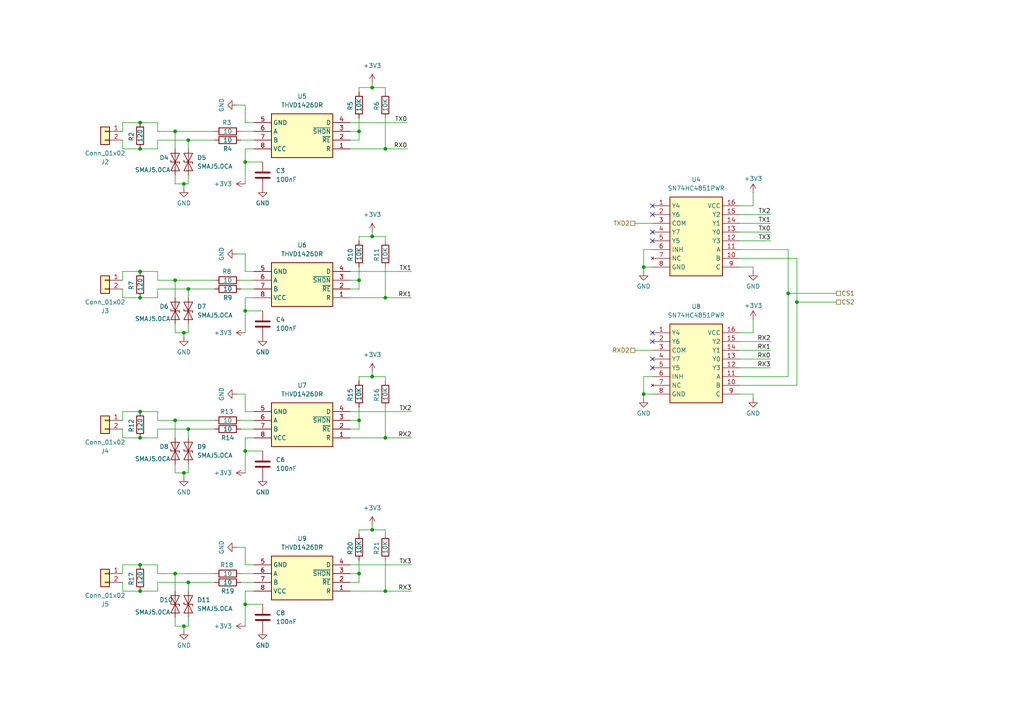
<source format=kicad_sch>
(kicad_sch (version 20231120) (generator "eeschema") (generator_version "8.0")
  (paper "A4")
  (lib_symbols
    (symbol "0_MyLib_0:SN74HC4851PWR"
      (property "Reference" "U" (at 21.59 7.62 0))
      (property "Value" "SN74HC4851PWR" (at 21.59 5.08 0))
      (symbol "SN74HC4851PWR_1_1"
        (rectangle (start 5.08 2.54) (end 20.32 -20.32) (stroke (width 0.254)) (fill (type background)))
        (pin passive line (at 0 0 0) (length 5.08) (name "Y4") (number "1"))
        (pin passive line (at 25.4 -15.24 180) (length 5.08) (name "B") (number "10"))
        (pin passive line (at 25.4 -12.7 180) (length 5.08) (name "A") (number "11"))
        (pin passive line (at 25.4 -10.16 180) (length 5.08) (name "Y3") (number "12"))
        (pin passive line (at 25.4 -7.62 180) (length 5.08) (name "Y0") (number "13"))
        (pin passive line (at 25.4 -5.08 180) (length 5.08) (name "Y1") (number "14"))
        (pin passive line (at 25.4 -2.54 180) (length 5.08) (name "Y2") (number "15"))
        (pin passive line (at 25.4 0 180) (length 5.08) (name "VCC") (number "16"))
        (pin passive line (at 0 -2.54 0) (length 5.08) (name "Y6") (number "2"))
        (pin passive line (at 0 -5.08 0) (length 5.08) (name "COM") (number "3"))
        (pin passive line (at 0 -7.62 0) (length 5.08) (name "Y7") (number "4"))
        (pin passive line (at 0 -10.16 0) (length 5.08) (name "Y5") (number "5"))
        (pin passive line (at 0 -12.7 0) (length 5.08) (name "INH") (number "6"))
        (pin no_connect line (at 0 -15.24 0) (length 5.08) (name "NC") (number "7"))
        (pin passive line (at 0 -17.78 0) (length 5.08) (name "GND") (number "8"))
        (pin passive line (at 25.4 -17.78 180) (length 5.08) (name "C") (number "9"))
      )
    )
    (symbol "0_MyLib_0:THVD1426DR"
      (property "Reference" "U" (at 24.13 7.62 0))
      (property "Value" "THVD1426DR" (at 24.13 5.08 0))
      (symbol "THVD1426DR_1_1"
        (rectangle (start 5.08 2.54) (end 22.86 -10.16) (stroke (width 0.254)) (fill (type background)))
        (pin passive line (at 0 0 0) (length 5.08) (name "R") (number "1"))
        (pin passive line (at 0 -2.54 0) (length 5.08) (name "~{RE}") (number "2"))
        (pin passive line (at 0 -5.08 0) (length 5.08) (name "~{SHDN}") (number "3"))
        (pin passive line (at 0 -7.62 0) (length 5.08) (name "D") (number "4"))
        (pin passive line (at 27.94 -7.62 180) (length 5.08) (name "GND") (number "5"))
        (pin passive line (at 27.94 -5.08 180) (length 5.08) (name "A") (number "6"))
        (pin passive line (at 27.94 -2.54 180) (length 5.08) (name "B") (number "7"))
        (pin passive line (at 27.94 0 180) (length 5.08) (name "VCC") (number "8"))
      )
    )
    (symbol "Connector_Generic:Conn_01x02" (pin_names (offset 1.016) hide)
      (property "Reference" "J" (at 0 2.54 0))
      (property "Value" "Conn_01x02" (at 0 -5.08 0))
      (symbol "Conn_01x02_1_1"
        (rectangle (start -1.27 -2.413) (end 0 -2.667) (stroke (width 0.1524)))
        (rectangle (start -1.27 0.127) (end 0 -0.127) (stroke (width 0.1524)))
        (rectangle (start -1.27 1.27) (end 1.27 -3.81) (stroke (width 0.254)) (fill (type background)))
        (pin passive line (at -5.08 0 0) (length 3.81) (name "Pin_1") (number "1"))
        (pin passive line (at -5.08 -2.54 0) (length 3.81) (name "Pin_2") (number "2"))
      )
    )
    (symbol "Device:C" (pin_numbers hide) (pin_names (offset 0.254))
      (property "Reference" "C" (at 0.635 2.54 0))
      (property "Value" "C" (at 0.635 -2.54 0))
      (symbol "C_0_1"
        (polyline (pts (xy -2.032 -0.762) (xy 2.032 -0.762)) (stroke (width 0.508)))
        (polyline (pts (xy -2.032 0.762) (xy 2.032 0.762)) (stroke (width 0.508)))
      )
      (symbol "C_1_1"
        (pin passive line (at 0 3.81 270) (length 2.794) (name "~") (number "1"))
        (pin passive line (at 0 -3.81 90) (length 2.794) (name "~") (number "2"))
      )
    )
    (symbol "Device:R" (pin_numbers hide) (pin_names (offset 0))
      (property "Reference" "R" (at 2.032 0 90))
      (property "Value" "R" (at 0 0 90))
      (symbol "R_0_1"
        (rectangle (start -1.016 -2.54) (end 1.016 2.54) (stroke (width 0.254)))
      )
      (symbol "R_1_1"
        (pin passive line (at 0 3.81 270) (length 1.27) (name "~") (number "1"))
        (pin passive line (at 0 -3.81 90) (length 1.27) (name "~") (number "2"))
      )
    )
    (symbol "Diode:SMAJ5.0CA" (pin_numbers hide) (pin_names (offset 1.016) hide)
      (property "Reference" "D" (at 0 2.54 0))
      (property "Value" "SMAJ5.0CA" (at 0 -2.54 0))
      (symbol "SMAJ5.0CA_0_1"
        (polyline (pts (xy 1.27 0) (xy -1.27 0)))
        (polyline (pts (xy -2.54 -1.27) (xy 0 0) (xy -2.54 1.27) (xy -2.54 -1.27)) (stroke (width 0.2032)))
        (polyline (pts (xy 0.508 1.27) (xy 0 1.27) (xy 0 -1.27) (xy -0.508 -1.27)) (stroke (width 0.2032)))
        (polyline (pts (xy 2.54 1.27) (xy 2.54 -1.27) (xy 0 0) (xy 2.54 1.27)) (stroke (width 0.2032)))
      )
      (symbol "SMAJ5.0CA_1_1"
        (pin passive line (at -3.81 0 0) (length 2.54) (name "A1") (number "1"))
        (pin passive line (at 3.81 0 180) (length 2.54) (name "A2") (number "2"))
      )
    )
    (symbol "power:+3V3" (power) (pin_numbers hide) (pin_names (offset 0) hide)
      (property "Value" "+3V3" (at 0 3.556 0))
      (symbol "+3V3_0_1"
        (polyline (pts (xy -0.762 1.27) (xy 0 2.54)))
        (polyline (pts (xy 0 0) (xy 0 2.54)))
        (polyline (pts (xy 0 2.54) (xy 0.762 1.27)))
      )
      (symbol "+3V3_1_1"
        (pin power_in line (at 0 0 90) (length 0) (name "~") (number "1"))
      )
    )
    (symbol "power:GND" (power) (pin_numbers hide) (pin_names (offset 0) hide)
      (property "Value" "GND" (at 0 -3.81 0))
      (symbol "GND_0_1"
        (polyline (pts (xy 0 0) (xy 0 -1.27) (xy 1.27 -1.27) (xy 0 -2.54) (xy -1.27 -1.27) (xy 0 -1.27)))
      )
      (symbol "GND_1_1"
        (pin power_in line (at 0 0 270) (length 0) (name "~") (number "1"))
      )
    )
  )
  (junction (at 53.34 53.34))
  (junction (at 54.61 83.82))
  (junction (at 50.8 81.28))
  (junction (at 40.64 86.36))
  (junction (at 186.69 114.3))
  (junction (at 54.61 124.46))
  (junction (at 71.12 130.81))
  (junction (at 186.69 77.47))
  (junction (at 107.95 109.22))
  (junction (at 107.95 68.58))
  (junction (at 231.14 87.63))
  (junction (at 104.14 38.1))
  (junction (at 50.8 121.92))
  (junction (at 107.95 153.67))
  (junction (at 111.76 86.36))
  (junction (at 40.64 163.83))
  (junction (at 54.61 168.91))
  (junction (at 104.14 121.92))
  (junction (at 40.64 43.18))
  (junction (at 71.12 90.17))
  (junction (at 111.76 171.45))
  (junction (at 53.34 96.52))
  (junction (at 40.64 119.38))
  (junction (at 53.34 181.61))
  (junction (at 53.34 137.16))
  (junction (at 111.76 127))
  (junction (at 111.76 43.18))
  (junction (at 228.6 85.09))
  (junction (at 71.12 46.99))
  (junction (at 40.64 171.45))
  (junction (at 50.8 166.37))
  (junction (at 40.64 127))
  (junction (at 104.14 166.37))
  (junction (at 40.64 35.56))
  (junction (at 71.12 175.26))
  (junction (at 50.8 38.1))
  (junction (at 40.64 78.74))
  (junction (at 104.14 81.28))
  (junction (at 107.95 25.4))
  (junction (at 54.61 40.64))
  (no_connect (at 189.23 67.31))
  (no_connect (at 189.23 69.85))
  (no_connect (at 189.23 106.68))
  (no_connect (at 189.23 99.06))
  (no_connect (at 189.23 96.52))
  (no_connect (at 189.23 62.23))
  (no_connect (at 189.23 59.69))
  (no_connect (at 189.23 104.14))
  (wire (pts (xy 68.58 73.66) (xy 71.12 73.66)))
  (wire (pts (xy 35.56 83.82) (xy 35.56 86.36)))
  (wire (pts (xy 40.64 163.83) (xy 45.72 163.83)))
  (wire (pts (xy 214.63 101.6) (xy 223.52 101.6)))
  (wire (pts (xy 54.61 40.64) (xy 62.23 40.64)))
  (wire (pts (xy 104.14 121.92) (xy 104.14 124.46)))
  (wire (pts (xy 71.12 90.17) (xy 76.2 90.17)))
  (wire (pts (xy 218.44 59.69) (xy 214.63 59.69)))
  (wire (pts (xy 218.44 92.71) (xy 218.44 96.52)))
  (wire (pts (xy 214.63 74.93) (xy 231.14 74.93)))
  (wire (pts (xy 111.76 127) (xy 119.38 127)))
  (wire (pts (xy 50.8 121.92) (xy 62.23 121.92)))
  (wire (pts (xy 54.61 137.16) (xy 54.61 134.62)))
  (wire (pts (xy 71.12 46.99) (xy 76.2 46.99)))
  (wire (pts (xy 53.34 53.34) (xy 53.34 54.61)))
  (wire (pts (xy 228.6 109.22) (xy 228.6 85.09)))
  (wire (pts (xy 40.64 119.38) (xy 45.72 119.38)))
  (wire (pts (xy 69.85 124.46) (xy 73.66 124.46)))
  (wire (pts (xy 71.12 30.48) (xy 71.12 35.56)))
  (wire (pts (xy 214.63 104.14) (xy 223.52 104.14)))
  (wire (pts (xy 40.64 78.74) (xy 45.72 78.74)))
  (wire (pts (xy 50.8 121.92) (xy 50.8 127)))
  (wire (pts (xy 107.95 67.31) (xy 107.95 68.58)))
  (wire (pts (xy 35.56 168.91) (xy 35.56 171.45)))
  (wire (pts (xy 50.8 96.52) (xy 53.34 96.52)))
  (wire (pts (xy 50.8 50.8) (xy 50.8 53.34)))
  (wire (pts (xy 40.64 171.45) (xy 45.72 171.45)))
  (wire (pts (xy 53.34 53.34) (xy 54.61 53.34)))
  (wire (pts (xy 218.44 77.47) (xy 218.44 78.74)))
  (wire (pts (xy 218.44 114.3) (xy 218.44 115.57)))
  (wire (pts (xy 40.64 127) (xy 45.72 127)))
  (wire (pts (xy 54.61 83.82) (xy 62.23 83.82)))
  (wire (pts (xy 53.34 181.61) (xy 54.61 181.61)))
  (wire (pts (xy 50.8 137.16) (xy 53.34 137.16)))
  (wire (pts (xy 189.23 72.39) (xy 186.69 72.39)))
  (wire (pts (xy 218.44 96.52) (xy 214.63 96.52)))
  (wire (pts (xy 71.12 114.3) (xy 71.12 119.38)))
  (wire (pts (xy 184.15 101.6) (xy 189.23 101.6)))
  (wire (pts (xy 45.72 83.82) (xy 54.61 83.82)))
  (wire (pts (xy 69.85 81.28) (xy 73.66 81.28)))
  (wire (pts (xy 35.56 127) (xy 40.64 127)))
  (wire (pts (xy 54.61 124.46) (xy 54.61 127)))
  (wire (pts (xy 107.95 25.4) (xy 104.14 25.4)))
  (wire (pts (xy 35.56 86.36) (xy 40.64 86.36)))
  (wire (pts (xy 50.8 134.62) (xy 50.8 137.16)))
  (wire (pts (xy 45.72 124.46) (xy 54.61 124.46)))
  (wire (pts (xy 104.14 81.28) (xy 104.14 83.82)))
  (wire (pts (xy 104.14 153.67) (xy 104.14 154.94)))
  (wire (pts (xy 45.72 121.92) (xy 50.8 121.92)))
  (wire (pts (xy 50.8 179.07) (xy 50.8 181.61)))
  (wire (pts (xy 54.61 181.61) (xy 54.61 179.07)))
  (wire (pts (xy 50.8 53.34) (xy 53.34 53.34)))
  (wire (pts (xy 101.6 83.82) (xy 104.14 83.82)))
  (wire (pts (xy 40.64 86.36) (xy 45.72 86.36)))
  (wire (pts (xy 71.12 43.18) (xy 73.66 43.18)))
  (wire (pts (xy 71.12 171.45) (xy 73.66 171.45)))
  (wire (pts (xy 104.14 118.11) (xy 104.14 121.92)))
  (wire (pts (xy 71.12 53.34) (xy 71.12 46.99)))
  (wire (pts (xy 50.8 38.1) (xy 62.23 38.1)))
  (wire (pts (xy 104.14 166.37) (xy 104.14 168.91)))
  (wire (pts (xy 45.72 81.28) (xy 45.72 78.74)))
  (wire (pts (xy 69.85 121.92) (xy 73.66 121.92)))
  (wire (pts (xy 54.61 40.64) (xy 54.61 43.18)))
  (wire (pts (xy 45.72 38.1) (xy 50.8 38.1)))
  (wire (pts (xy 71.12 35.56) (xy 73.66 35.56)))
  (wire (pts (xy 54.61 53.34) (xy 54.61 50.8)))
  (wire (pts (xy 71.12 175.26) (xy 76.2 175.26)))
  (wire (pts (xy 71.12 90.17) (xy 71.12 86.36)))
  (wire (pts (xy 71.12 130.81) (xy 76.2 130.81)))
  (wire (pts (xy 69.85 83.82) (xy 73.66 83.82)))
  (wire (pts (xy 35.56 119.38) (xy 40.64 119.38)))
  (wire (pts (xy 50.8 166.37) (xy 62.23 166.37)))
  (wire (pts (xy 104.14 77.47) (xy 104.14 81.28)))
  (wire (pts (xy 68.58 114.3) (xy 71.12 114.3)))
  (wire (pts (xy 101.6 163.83) (xy 119.38 163.83)))
  (wire (pts (xy 54.61 168.91) (xy 54.61 171.45)))
  (wire (pts (xy 71.12 127) (xy 73.66 127)))
  (wire (pts (xy 45.72 121.92) (xy 45.72 119.38)))
  (wire (pts (xy 101.6 38.1) (xy 104.14 38.1)))
  (wire (pts (xy 101.6 78.74) (xy 119.38 78.74)))
  (wire (pts (xy 104.14 34.29) (xy 104.14 38.1)))
  (wire (pts (xy 71.12 175.26) (xy 71.12 171.45)))
  (wire (pts (xy 214.63 109.22) (xy 228.6 109.22)))
  (wire (pts (xy 111.76 154.94) (xy 111.76 153.67)))
  (wire (pts (xy 45.72 38.1) (xy 45.72 35.56)))
  (wire (pts (xy 71.12 96.52) (xy 71.12 90.17)))
  (wire (pts (xy 54.61 124.46) (xy 62.23 124.46)))
  (wire (pts (xy 111.76 69.85) (xy 111.76 68.58)))
  (wire (pts (xy 45.72 168.91) (xy 54.61 168.91)))
  (wire (pts (xy 54.61 83.82) (xy 54.61 86.36)))
  (wire (pts (xy 53.34 137.16) (xy 53.34 138.43)))
  (wire (pts (xy 231.14 111.76) (xy 214.63 111.76)))
  (wire (pts (xy 35.56 121.92) (xy 35.56 119.38)))
  (wire (pts (xy 104.14 109.22) (xy 104.14 110.49)))
  (wire (pts (xy 214.63 99.06) (xy 223.52 99.06)))
  (wire (pts (xy 111.76 86.36) (xy 119.38 86.36)))
  (wire (pts (xy 111.76 26.67) (xy 111.76 25.4)))
  (wire (pts (xy 71.12 130.81) (xy 71.12 127)))
  (wire (pts (xy 107.95 109.22) (xy 104.14 109.22)))
  (wire (pts (xy 111.76 118.11) (xy 111.76 127)))
  (wire (pts (xy 228.6 85.09) (xy 228.6 72.39)))
  (wire (pts (xy 186.69 72.39) (xy 186.69 77.47)))
  (wire (pts (xy 69.85 38.1) (xy 73.66 38.1)))
  (wire (pts (xy 101.6 35.56) (xy 118.11 35.56)))
  (wire (pts (xy 184.15 64.77) (xy 189.23 64.77)))
  (wire (pts (xy 214.63 106.68) (xy 223.52 106.68)))
  (wire (pts (xy 45.72 40.64) (xy 54.61 40.64)))
  (wire (pts (xy 214.63 62.23) (xy 223.52 62.23)))
  (wire (pts (xy 101.6 166.37) (xy 104.14 166.37)))
  (wire (pts (xy 50.8 81.28) (xy 50.8 86.36)))
  (wire (pts (xy 101.6 119.38) (xy 119.38 119.38)))
  (wire (pts (xy 111.76 34.29) (xy 111.76 43.18)))
  (wire (pts (xy 228.6 72.39) (xy 214.63 72.39)))
  (wire (pts (xy 101.6 121.92) (xy 104.14 121.92)))
  (wire (pts (xy 68.58 158.75) (xy 71.12 158.75)))
  (wire (pts (xy 101.6 168.91) (xy 104.14 168.91)))
  (wire (pts (xy 35.56 124.46) (xy 35.56 127)))
  (wire (pts (xy 69.85 166.37) (xy 73.66 166.37)))
  (wire (pts (xy 50.8 38.1) (xy 50.8 43.18)))
  (wire (pts (xy 45.72 168.91) (xy 45.72 171.45)))
  (wire (pts (xy 104.14 162.56) (xy 104.14 166.37)))
  (wire (pts (xy 35.56 78.74) (xy 40.64 78.74)))
  (wire (pts (xy 40.64 35.56) (xy 45.72 35.56)))
  (wire (pts (xy 35.56 163.83) (xy 40.64 163.83)))
  (wire (pts (xy 45.72 124.46) (xy 45.72 127)))
  (wire (pts (xy 35.56 38.1) (xy 35.56 35.56)))
  (wire (pts (xy 53.34 137.16) (xy 54.61 137.16)))
  (wire (pts (xy 101.6 127) (xy 111.76 127)))
  (wire (pts (xy 214.63 64.77) (xy 223.52 64.77)))
  (wire (pts (xy 111.76 68.58) (xy 107.95 68.58)))
  (wire (pts (xy 69.85 168.91) (xy 73.66 168.91)))
  (wire (pts (xy 35.56 43.18) (xy 40.64 43.18)))
  (wire (pts (xy 45.72 83.82) (xy 45.72 86.36)))
  (wire (pts (xy 50.8 181.61) (xy 53.34 181.61)))
  (wire (pts (xy 35.56 35.56) (xy 40.64 35.56)))
  (wire (pts (xy 231.14 74.93) (xy 231.14 87.63)))
  (wire (pts (xy 111.76 110.49) (xy 111.76 109.22)))
  (wire (pts (xy 107.95 152.4) (xy 107.95 153.67)))
  (wire (pts (xy 186.69 109.22) (xy 186.69 114.3)))
  (wire (pts (xy 71.12 163.83) (xy 73.66 163.83)))
  (wire (pts (xy 107.95 68.58) (xy 104.14 68.58)))
  (wire (pts (xy 45.72 166.37) (xy 50.8 166.37)))
  (wire (pts (xy 189.23 109.22) (xy 186.69 109.22)))
  (wire (pts (xy 101.6 81.28) (xy 104.14 81.28)))
  (wire (pts (xy 40.64 43.18) (xy 45.72 43.18)))
  (wire (pts (xy 107.95 24.13) (xy 107.95 25.4)))
  (wire (pts (xy 186.69 77.47) (xy 189.23 77.47)))
  (wire (pts (xy 111.76 109.22) (xy 107.95 109.22)))
  (wire (pts (xy 71.12 73.66) (xy 71.12 78.74)))
  (wire (pts (xy 111.76 25.4) (xy 107.95 25.4)))
  (wire (pts (xy 214.63 114.3) (xy 218.44 114.3)))
  (wire (pts (xy 45.72 166.37) (xy 45.72 163.83)))
  (wire (pts (xy 53.34 181.61) (xy 53.34 182.88)))
  (wire (pts (xy 69.85 40.64) (xy 73.66 40.64)))
  (wire (pts (xy 186.69 78.74) (xy 186.69 77.47)))
  (wire (pts (xy 45.72 81.28) (xy 50.8 81.28)))
  (wire (pts (xy 214.63 69.85) (xy 223.52 69.85)))
  (wire (pts (xy 107.95 107.95) (xy 107.95 109.22)))
  (wire (pts (xy 71.12 137.16) (xy 71.12 130.81)))
  (wire (pts (xy 68.58 30.48) (xy 71.12 30.48)))
  (wire (pts (xy 35.56 171.45) (xy 40.64 171.45)))
  (wire (pts (xy 71.12 119.38) (xy 73.66 119.38)))
  (wire (pts (xy 104.14 38.1) (xy 104.14 40.64)))
  (wire (pts (xy 50.8 81.28) (xy 62.23 81.28)))
  (wire (pts (xy 111.76 77.47) (xy 111.76 86.36)))
  (wire (pts (xy 101.6 124.46) (xy 104.14 124.46)))
  (wire (pts (xy 107.95 153.67) (xy 104.14 153.67)))
  (wire (pts (xy 35.56 166.37) (xy 35.56 163.83)))
  (wire (pts (xy 228.6 85.09) (xy 242.57 85.09)))
  (wire (pts (xy 50.8 93.98) (xy 50.8 96.52)))
  (wire (pts (xy 35.56 81.28) (xy 35.56 78.74)))
  (wire (pts (xy 231.14 87.63) (xy 231.14 111.76)))
  (wire (pts (xy 218.44 55.88) (xy 218.44 59.69)))
  (wire (pts (xy 53.34 96.52) (xy 54.61 96.52)))
  (wire (pts (xy 53.34 96.52) (xy 53.34 97.79)))
  (wire (pts (xy 111.76 162.56) (xy 111.76 171.45)))
  (wire (pts (xy 101.6 86.36) (xy 111.76 86.36)))
  (wire (pts (xy 111.76 43.18) (xy 118.11 43.18)))
  (wire (pts (xy 111.76 171.45) (xy 119.38 171.45)))
  (wire (pts (xy 101.6 171.45) (xy 111.76 171.45)))
  (wire (pts (xy 101.6 40.64) (xy 104.14 40.64)))
  (wire (pts (xy 71.12 86.36) (xy 73.66 86.36)))
  (wire (pts (xy 50.8 166.37) (xy 50.8 171.45)))
  (wire (pts (xy 71.12 78.74) (xy 73.66 78.74)))
  (wire (pts (xy 54.61 168.91) (xy 62.23 168.91)))
  (wire (pts (xy 186.69 114.3) (xy 189.23 114.3)))
  (wire (pts (xy 214.63 67.31) (xy 223.52 67.31)))
  (wire (pts (xy 231.14 87.63) (xy 242.57 87.63)))
  (wire (pts (xy 186.69 115.57) (xy 186.69 114.3)))
  (wire (pts (xy 104.14 25.4) (xy 104.14 26.67)))
  (wire (pts (xy 71.12 181.61) (xy 71.12 175.26)))
  (wire (pts (xy 104.14 68.58) (xy 104.14 69.85)))
  (wire (pts (xy 214.63 77.47) (xy 218.44 77.47)))
  (wire (pts (xy 101.6 43.18) (xy 111.76 43.18)))
  (wire (pts (xy 71.12 158.75) (xy 71.12 163.83)))
  (wire (pts (xy 45.72 40.64) (xy 45.72 43.18)))
  (wire (pts (xy 54.61 96.52) (xy 54.61 93.98)))
  (wire (pts (xy 71.12 46.99) (xy 71.12 43.18)))
  (wire (pts (xy 111.76 153.67) (xy 107.95 153.67)))
  (wire (pts (xy 35.56 40.64) (xy 35.56 43.18)))
  (label "TX3" (at 223.52 69.85 180))
  (label "TX1" (at 223.52 64.77 180))
  (label "TX0" (at 223.52 67.31 180))
  (label "RX2" (at 223.52 99.06 180))
  (label "RX1" (at 119.38 86.36 180))
  (label "TX0" (at 118.11 35.56 180))
  (label "TX3" (at 119.38 163.83 180))
  (label "RX0" (at 118.11 43.18 180))
  (label "TX1" (at 119.38 78.74 180))
  (label "RX3" (at 119.38 171.45 180))
  (label "RX3" (at 223.52 106.68 180))
  (label "RX1" (at 223.52 101.6 180))
  (label "RX2" (at 119.38 127 180))
  (label "TX2" (at 119.38 119.38 180))
  (label "RX0" (at 223.52 104.14 180))
  (label "TX2" (at 223.52 62.23 180))
  (hierarchical_label "CS2" (shape passive) (at 242.57 87.63 0))
  (hierarchical_label "TXD2" (shape passive) (at 184.15 64.77 180))
  (hierarchical_label "RXD2" (shape passive) (at 184.15 101.6 180))
  (hierarchical_label "CS1" (shape passive) (at 242.57 85.09 0))
  (symbol (lib_id "0_MyLib_0:SN74HC4851PWR") (at 189.23 59.69 0) (unit 1)
    (property "Reference" "U4" (at 201.93 52.07 0))
    (property "Value" "SN74HC4851PWR" (at 201.93 54.61 0))
    (property "Footprint" "SOP65P640X120-16N" (effects (hide yes)))
    (property "Datasheet" "http://www.ti.com/lit/gpn/sn74hc4851" (effects (hide yes)))
    (property "Description" "Texas Instruments SN74HC4851PWR, Multiplexer/Demultiplexer Single 8:1, 3 V, 5 V, 16-Pin TSSOP" (effects (hide yes)))
    (property "Height" "1.2" (effects (hide yes)))
    (property "Mouser Part Number" "595-SN74HC4851PWR" (effects (hide yes)))
    (property "Mouser Price/Stock" "https://www.mouser.co.uk/ProductDetail/Texas-Instruments/SN74HC4851PWR?qs=AgY10sKTvDJiHOKineifvQ%3D%3D" (effects (hide yes)))
    (property "Manufacturer_Name" "Texas Instruments" (effects (hide yes)))
    (property "Manufacturer_Part_Number" "SN74HC4851PWR" (effects (hide yes)))
  )
  (symbol (lib_id "power:GND") (at 76.2 97.79 0) (unit 1)
    (property "Reference" "#PWR026" (effects (hide yes)))
    (property "Value" "GND" (at 76.2 102.108 0))
    (property "Description" "Power symbol creates a global label with name \"GND\" , ground" (effects (hide yes)))
  )
  (symbol (lib_id "Device:C") (at 76.2 179.07 0) (unit 1)
    (property "Reference" "C8" (at 80.01 177.7999 0) (effects (justify left)))
    (property "Value" "100nF" (at 80.01 180.3399 0) (effects (justify left)))
    (property "Description" "Unpolarized capacitor" (effects (hide yes)))
  )
  (symbol (lib_id "power:+3V3") (at 71.12 181.61 90) (unit 1)
    (property "Reference" "#PWR035" (effects (hide yes)))
    (property "Value" "+3V3" (at 67.31 181.6099 90) (effects (justify left)))
    (property "Description" "Power symbol creates a global label with name \"+3V3\"" (effects (hide yes)))
  )
  (symbol (lib_id "Device:R") (at 66.04 81.28 90) (unit 1)
    (property "Reference" "R8" (at 65.786 78.74 90))
    (property "Value" "10" (at 66.04 81.28 90))
    (property "Description" "Resistor" (effects (hide yes)))
  )
  (symbol (lib_id "0_MyLib_0:THVD1426DR") (at 101.6 43.18 180) (unit 1)
    (property "Reference" "U5" (at 87.63 27.94 0))
    (property "Value" "THVD1426DR" (at 87.63 30.48 0))
    (property "Footprint" "SOIC127P600X175-8N" (effects (hide yes)))
    (property "Datasheet" "https://www.ti.com/jp/lit/ds/symlink/thvd1426.pdf?ts=1676878246969&ref_url=https%253A%252F%252Fwww.ti.com%252Fproduct%252Fja-jp%252FTHVD1426" (effects (hide yes)))
    (property "Description" "RS-422/RS-485 Interface IC 3.3-V to 5-V 12-Mbps half-duplex RS-485 transceiver auto-direction control &plusmn;12-kV IEC ESD" (effects (hide yes)))
    (property "Height" "1.75" (effects (hide yes)))
    (property "Mouser Part Number" "595-THVD1426DR" (effects (hide yes)))
    (property "Mouser Price/Stock" "https://www.mouser.co.uk/ProductDetail/Texas-Instruments/THVD1426DR?qs=Li%252BoUPsLEnvtMAmClTMmaw%3D%3D" (effects (hide yes)))
    (property "Manufacturer_Name" "Texas Instruments" (effects (hide yes)))
    (property "Manufacturer_Part_Number" "THVD1426DR" (effects (hide yes)))
  )
  (symbol (lib_id "0_MyLib_0:SN74HC4851PWR") (at 189.23 96.52 0) (unit 1)
    (property "Reference" "U8" (at 201.93 88.9 0))
    (property "Value" "SN74HC4851PWR" (at 201.93 91.44 0))
    (property "Footprint" "SOP65P640X120-16N" (effects (hide yes)))
    (property "Datasheet" "http://www.ti.com/lit/gpn/sn74hc4851" (effects (hide yes)))
    (property "Description" "Texas Instruments SN74HC4851PWR, Multiplexer/Demultiplexer Single 8:1, 3 V, 5 V, 16-Pin TSSOP" (effects (hide yes)))
    (property "Height" "1.2" (effects (hide yes)))
    (property "Mouser Part Number" "595-SN74HC4851PWR" (effects (hide yes)))
    (property "Mouser Price/Stock" "https://www.mouser.co.uk/ProductDetail/Texas-Instruments/SN74HC4851PWR?qs=AgY10sKTvDJiHOKineifvQ%3D%3D" (effects (hide yes)))
    (property "Manufacturer_Name" "Texas Instruments" (effects (hide yes)))
    (property "Manufacturer_Part_Number" "SN74HC4851PWR" (effects (hide yes)))
  )
  (symbol (lib_id "Diode:SMAJ5.0CA") (at 50.8 46.99 90) (unit 1)
    (property "Reference" "D4" (at 46.228 45.72 90) (effects (justify right)))
    (property "Value" "SMAJ5.0CA" (at 39.116 49.276 90) (effects (justify right)))
    (property "Footprint" "Diode_SMD:D_SMA" (effects (hide yes)))
    (property "Datasheet" "https://www.littelfuse.com/media?resourcetype=datasheets&itemid=75e32973-b177-4ee3-a0ff-cedaf1abdb93&filename=smaj-datasheet" (effects (hide yes)))
    (property "Description" "400W bidirectional Transient Voltage Suppressor, 5.0Vr, SMA(DO-214AC)" (effects (hide yes)))
  )
  (symbol (lib_id "power:GND") (at 218.44 78.74 0) (unit 1)
    (property "Reference" "#PWR015" (effects (hide yes)))
    (property "Value" "GND" (at 218.44 83.058 0))
    (property "Description" "Power symbol creates a global label with name \"GND\" , ground" (effects (hide yes)))
  )
  (symbol (lib_id "power:GND") (at 76.2 54.61 0) (unit 1)
    (property "Reference" "#PWR021" (effects (hide yes)))
    (property "Value" "GND" (at 76.2 58.928 0))
    (property "Description" "Power symbol creates a global label with name \"GND\" , ground" (effects (hide yes)))
  )
  (symbol (lib_id "Diode:SMAJ5.0CA") (at 54.61 90.17 90) (unit 1)
    (property "Reference" "D7" (at 57.15 88.8999 90) (effects (justify right)))
    (property "Value" "SMAJ5.0CA" (at 57.15 91.4399 90) (effects (justify right)))
    (property "Footprint" "Diode_SMD:D_SMA" (effects (hide yes)))
    (property "Datasheet" "https://www.littelfuse.com/media?resourcetype=datasheets&itemid=75e32973-b177-4ee3-a0ff-cedaf1abdb93&filename=smaj-datasheet" (effects (hide yes)))
    (property "Description" "400W bidirectional Transient Voltage Suppressor, 5.0Vr, SMA(DO-214AC)" (effects (hide yes)))
  )
  (symbol (lib_id "Diode:SMAJ5.0CA") (at 50.8 130.81 90) (unit 1)
    (property "Reference" "D8" (at 46.228 129.54 90) (effects (justify right)))
    (property "Value" "SMAJ5.0CA" (at 39.116 133.096 90) (effects (justify right)))
    (property "Footprint" "Diode_SMD:D_SMA" (effects (hide yes)))
    (property "Datasheet" "https://www.littelfuse.com/media?resourcetype=datasheets&itemid=75e32973-b177-4ee3-a0ff-cedaf1abdb93&filename=smaj-datasheet" (effects (hide yes)))
    (property "Description" "400W bidirectional Transient Voltage Suppressor, 5.0Vr, SMA(DO-214AC)" (effects (hide yes)))
  )
  (symbol (lib_id "Device:R") (at 66.04 166.37 90) (unit 1)
    (property "Reference" "R18" (at 65.786 163.83 90))
    (property "Value" "10" (at 66.04 166.37 90))
    (property "Description" "Resistor" (effects (hide yes)))
  )
  (symbol (lib_id "power:+3V3") (at 218.44 55.88 0) (unit 1)
    (property "Reference" "#PWR014" (effects (hide yes)))
    (property "Value" "+3V3" (at 218.44 51.816 0))
    (property "Description" "Power symbol creates a global label with name \"+3V3\"" (effects (hide yes)))
  )
  (symbol (lib_id "Device:R") (at 104.14 158.75 180) (unit 1)
    (property "Reference" "R20" (at 101.6 159.004 90))
    (property "Value" "10K" (at 104.14 158.75 90))
    (property "Description" "Resistor" (effects (hide yes)))
  )
  (symbol (lib_id "Connector_Generic:Conn_01x02") (at 30.48 166.37 0) (mirror y) (unit 1)
    (property "Reference" "J5" (at 30.48 175.26 0))
    (property "Value" "Conn_01x02" (at 30.48 172.72 0))
    (property "Description" "Generic connector, single row, 01x02, script generated (kicad-library-utils/schlib/autogen/connector/)" (effects (hide yes)))
  )
  (symbol (lib_id "power:+3V3") (at 107.95 67.31 0) (unit 1)
    (property "Reference" "#PWR027" (effects (hide yes)))
    (property "Value" "+3V3" (at 107.95 62.23 0))
    (property "Description" "Power symbol creates a global label with name \"+3V3\"" (effects (hide yes)))
  )
  (symbol (lib_id "power:+3V3") (at 107.95 107.95 0) (unit 1)
    (property "Reference" "#PWR032" (effects (hide yes)))
    (property "Value" "+3V3" (at 107.95 102.87 0))
    (property "Description" "Power symbol creates a global label with name \"+3V3\"" (effects (hide yes)))
  )
  (symbol (lib_id "Diode:SMAJ5.0CA") (at 50.8 175.26 90) (unit 1)
    (property "Reference" "D10" (at 46.228 173.99 90) (effects (justify right)))
    (property "Value" "SMAJ5.0CA" (at 39.116 177.546 90) (effects (justify right)))
    (property "Footprint" "Diode_SMD:D_SMA" (effects (hide yes)))
    (property "Datasheet" "https://www.littelfuse.com/media?resourcetype=datasheets&itemid=75e32973-b177-4ee3-a0ff-cedaf1abdb93&filename=smaj-datasheet" (effects (hide yes)))
    (property "Description" "400W bidirectional Transient Voltage Suppressor, 5.0Vr, SMA(DO-214AC)" (effects (hide yes)))
  )
  (symbol (lib_id "power:GND") (at 76.2 182.88 0) (unit 1)
    (property "Reference" "#PWR036" (effects (hide yes)))
    (property "Value" "GND" (at 76.2 187.198 0))
    (property "Description" "Power symbol creates a global label with name \"GND\" , ground" (effects (hide yes)))
  )
  (symbol (lib_id "0_MyLib_0:THVD1426DR") (at 101.6 127 180) (unit 1)
    (property "Reference" "U7" (at 87.63 111.76 0))
    (property "Value" "THVD1426DR" (at 87.63 114.3 0))
    (property "Footprint" "SOIC127P600X175-8N" (effects (hide yes)))
    (property "Datasheet" "https://www.ti.com/jp/lit/ds/symlink/thvd1426.pdf?ts=1676878246969&ref_url=https%253A%252F%252Fwww.ti.com%252Fproduct%252Fja-jp%252FTHVD1426" (effects (hide yes)))
    (property "Description" "RS-422/RS-485 Interface IC 3.3-V to 5-V 12-Mbps half-duplex RS-485 transceiver auto-direction control &plusmn;12-kV IEC ESD" (effects (hide yes)))
    (property "Height" "1.75" (effects (hide yes)))
    (property "Mouser Part Number" "595-THVD1426DR" (effects (hide yes)))
    (property "Mouser Price/Stock" "https://www.mouser.co.uk/ProductDetail/Texas-Instruments/THVD1426DR?qs=Li%252BoUPsLEnvtMAmClTMmaw%3D%3D" (effects (hide yes)))
    (property "Manufacturer_Name" "Texas Instruments" (effects (hide yes)))
    (property "Manufacturer_Part_Number" "THVD1426DR" (effects (hide yes)))
  )
  (symbol (lib_id "Device:C") (at 76.2 134.62 0) (unit 1)
    (property "Reference" "C6" (at 80.01 133.3499 0) (effects (justify left)))
    (property "Value" "100nF" (at 80.01 135.8899 0) (effects (justify left)))
    (property "Description" "Unpolarized capacitor" (effects (hide yes)))
  )
  (symbol (lib_id "Device:R") (at 66.04 121.92 90) (unit 1)
    (property "Reference" "R13" (at 65.786 119.38 90))
    (property "Value" "10" (at 66.04 121.92 90))
    (property "Description" "Resistor" (effects (hide yes)))
  )
  (symbol (lib_id "Diode:SMAJ5.0CA") (at 54.61 130.81 90) (unit 1)
    (property "Reference" "D9" (at 57.15 129.5399 90) (effects (justify right)))
    (property "Value" "SMAJ5.0CA" (at 57.15 132.0799 90) (effects (justify right)))
    (property "Footprint" "Diode_SMD:D_SMA" (effects (hide yes)))
    (property "Datasheet" "https://www.littelfuse.com/media?resourcetype=datasheets&itemid=75e32973-b177-4ee3-a0ff-cedaf1abdb93&filename=smaj-datasheet" (effects (hide yes)))
    (property "Description" "400W bidirectional Transient Voltage Suppressor, 5.0Vr, SMA(DO-214AC)" (effects (hide yes)))
  )
  (symbol (lib_id "power:GND") (at 186.69 78.74 0) (unit 1)
    (property "Reference" "#PWR012" (effects (hide yes)))
    (property "Value" "GND" (at 186.69 83.058 0))
    (property "Description" "Power symbol creates a global label with name \"GND\" , ground" (effects (hide yes)))
  )
  (symbol (lib_id "power:GND") (at 53.34 97.79 0) (unit 1)
    (property "Reference" "#PWR023" (effects (hide yes)))
    (property "Value" "GND" (at 53.34 102.108 0))
    (property "Description" "Power symbol creates a global label with name \"GND\" , ground" (effects (hide yes)))
  )
  (symbol (lib_id "power:GND") (at 68.58 114.3 270) (unit 1)
    (property "Reference" "#PWR029" (effects (hide yes)))
    (property "Value" "GND" (at 64.262 114.3 0))
    (property "Description" "Power symbol creates a global label with name \"GND\" , ground" (effects (hide yes)))
  )
  (symbol (lib_id "Device:R") (at 40.64 82.55 180) (unit 1)
    (property "Reference" "R7" (at 38.1 82.804 90))
    (property "Value" "120" (at 40.64 82.55 90))
    (property "Description" "Resistor" (effects (hide yes)))
  )
  (symbol (lib_id "power:GND") (at 76.2 138.43 0) (unit 1)
    (property "Reference" "#PWR031" (effects (hide yes)))
    (property "Value" "GND" (at 76.2 142.748 0))
    (property "Description" "Power symbol creates a global label with name \"GND\" , ground" (effects (hide yes)))
  )
  (symbol (lib_id "Device:R") (at 66.04 168.91 90) (unit 1)
    (property "Reference" "R19" (at 66.04 171.45 90))
    (property "Value" "10" (at 66.04 168.91 90))
    (property "Description" "Resistor" (effects (hide yes)))
  )
  (symbol (lib_id "power:GND") (at 68.58 30.48 270) (unit 1)
    (property "Reference" "#PWR019" (effects (hide yes)))
    (property "Value" "GND" (at 64.262 30.48 0))
    (property "Description" "Power symbol creates a global label with name \"GND\" , ground" (effects (hide yes)))
  )
  (symbol (lib_id "Device:R") (at 66.04 38.1 90) (unit 1)
    (property "Reference" "R3" (at 65.786 35.56 90))
    (property "Value" "10" (at 66.04 38.1 90))
    (property "Description" "Resistor" (effects (hide yes)))
  )
  (symbol (lib_id "power:GND") (at 218.44 115.57 0) (unit 1)
    (property "Reference" "#PWR017" (effects (hide yes)))
    (property "Value" "GND" (at 218.44 119.888 0))
    (property "Description" "Power symbol creates a global label with name \"GND\" , ground" (effects (hide yes)))
  )
  (symbol (lib_id "power:GND") (at 186.69 115.57 0) (unit 1)
    (property "Reference" "#PWR013" (effects (hide yes)))
    (property "Value" "GND" (at 186.69 119.888 0))
    (property "Description" "Power symbol creates a global label with name \"GND\" , ground" (effects (hide yes)))
  )
  (symbol (lib_id "power:+3V3") (at 71.12 53.34 90) (unit 1)
    (property "Reference" "#PWR020" (effects (hide yes)))
    (property "Value" "+3V3" (at 67.31 53.3399 90) (effects (justify left)))
    (property "Description" "Power symbol creates a global label with name \"+3V3\"" (effects (hide yes)))
  )
  (symbol (lib_id "Device:R") (at 66.04 124.46 90) (unit 1)
    (property "Reference" "R14" (at 66.04 127 90))
    (property "Value" "10" (at 66.04 124.46 90))
    (property "Description" "Resistor" (effects (hide yes)))
  )
  (symbol (lib_id "Device:R") (at 66.04 83.82 90) (unit 1)
    (property "Reference" "R9" (at 66.04 86.36 90))
    (property "Value" "10" (at 66.04 83.82 90))
    (property "Description" "Resistor" (effects (hide yes)))
  )
  (symbol (lib_id "power:+3V3") (at 71.12 96.52 90) (unit 1)
    (property "Reference" "#PWR025" (effects (hide yes)))
    (property "Value" "+3V3" (at 67.31 96.5199 90) (effects (justify left)))
    (property "Description" "Power symbol creates a global label with name \"+3V3\"" (effects (hide yes)))
  )
  (symbol (lib_id "power:GND") (at 53.34 182.88 0) (unit 1)
    (property "Reference" "#PWR033" (effects (hide yes)))
    (property "Value" "GND" (at 53.34 187.198 0))
    (property "Description" "Power symbol creates a global label with name \"GND\" , ground" (effects (hide yes)))
  )
  (symbol (lib_id "0_MyLib_0:THVD1426DR") (at 101.6 86.36 180) (unit 1)
    (property "Reference" "U6" (at 87.63 71.12 0))
    (property "Value" "THVD1426DR" (at 87.63 73.66 0))
    (property "Footprint" "SOIC127P600X175-8N" (effects (hide yes)))
    (property "Datasheet" "https://www.ti.com/jp/lit/ds/symlink/thvd1426.pdf?ts=1676878246969&ref_url=https%253A%252F%252Fwww.ti.com%252Fproduct%252Fja-jp%252FTHVD1426" (effects (hide yes)))
    (property "Description" "RS-422/RS-485 Interface IC 3.3-V to 5-V 12-Mbps half-duplex RS-485 transceiver auto-direction control &plusmn;12-kV IEC ESD" (effects (hide yes)))
    (property "Height" "1.75" (effects (hide yes)))
    (property "Mouser Part Number" "595-THVD1426DR" (effects (hide yes)))
    (property "Mouser Price/Stock" "https://www.mouser.co.uk/ProductDetail/Texas-Instruments/THVD1426DR?qs=Li%252BoUPsLEnvtMAmClTMmaw%3D%3D" (effects (hide yes)))
    (property "Manufacturer_Name" "Texas Instruments" (effects (hide yes)))
    (property "Manufacturer_Part_Number" "THVD1426DR" (effects (hide yes)))
  )
  (symbol (lib_id "Device:R") (at 40.64 39.37 180) (unit 1)
    (property "Reference" "R2" (at 38.1 39.624 90))
    (property "Value" "120" (at 40.64 39.37 90))
    (property "Description" "Resistor" (effects (hide yes)))
  )
  (symbol (lib_id "Connector_Generic:Conn_01x02") (at 30.48 38.1 0) (mirror y) (unit 1)
    (property "Reference" "J2" (at 30.48 46.99 0))
    (property "Value" "Conn_01x02" (at 30.48 44.45 0))
    (property "Description" "Generic connector, single row, 01x02, script generated (kicad-library-utils/schlib/autogen/connector/)" (effects (hide yes)))
  )
  (symbol (lib_id "Device:R") (at 111.76 114.3 180) (unit 1)
    (property "Reference" "R16" (at 109.22 114.554 90))
    (property "Value" "10K" (at 111.76 114.3 90))
    (property "Description" "Resistor" (effects (hide yes)))
  )
  (symbol (lib_id "Diode:SMAJ5.0CA") (at 54.61 175.26 90) (unit 1)
    (property "Reference" "D11" (at 57.15 173.9899 90) (effects (justify right)))
    (property "Value" "SMAJ5.0CA" (at 57.15 176.5299 90) (effects (justify right)))
    (property "Footprint" "Diode_SMD:D_SMA" (effects (hide yes)))
    (property "Datasheet" "https://www.littelfuse.com/media?resourcetype=datasheets&itemid=75e32973-b177-4ee3-a0ff-cedaf1abdb93&filename=smaj-datasheet" (effects (hide yes)))
    (property "Description" "400W bidirectional Transient Voltage Suppressor, 5.0Vr, SMA(DO-214AC)" (effects (hide yes)))
  )
  (symbol (lib_id "Device:R") (at 104.14 73.66 180) (unit 1)
    (property "Reference" "R10" (at 101.6 73.914 90))
    (property "Value" "10K" (at 104.14 73.66 90))
    (property "Description" "Resistor" (effects (hide yes)))
  )
  (symbol (lib_id "Device:R") (at 66.04 40.64 90) (unit 1)
    (property "Reference" "R4" (at 66.04 43.18 90))
    (property "Value" "10" (at 66.04 40.64 90))
    (property "Description" "Resistor" (effects (hide yes)))
  )
  (symbol (lib_id "Device:R") (at 40.64 123.19 180) (unit 1)
    (property "Reference" "R12" (at 38.1 123.444 90))
    (property "Value" "120" (at 40.64 123.19 90))
    (property "Description" "Resistor" (effects (hide yes)))
  )
  (symbol (lib_id "0_MyLib_0:THVD1426DR") (at 101.6 171.45 180) (unit 1)
    (property "Reference" "U9" (at 87.63 156.21 0))
    (property "Value" "THVD1426DR" (at 87.63 158.75 0))
    (property "Footprint" "SOIC127P600X175-8N" (effects (hide yes)))
    (property "Datasheet" "https://www.ti.com/jp/lit/ds/symlink/thvd1426.pdf?ts=1676878246969&ref_url=https%253A%252F%252Fwww.ti.com%252Fproduct%252Fja-jp%252FTHVD1426" (effects (hide yes)))
    (property "Description" "RS-422/RS-485 Interface IC 3.3-V to 5-V 12-Mbps half-duplex RS-485 transceiver auto-direction control &plusmn;12-kV IEC ESD" (effects (hide yes)))
    (property "Height" "1.75" (effects (hide yes)))
    (property "Mouser Part Number" "595-THVD1426DR" (effects (hide yes)))
    (property "Mouser Price/Stock" "https://www.mouser.co.uk/ProductDetail/Texas-Instruments/THVD1426DR?qs=Li%252BoUPsLEnvtMAmClTMmaw%3D%3D" (effects (hide yes)))
    (property "Manufacturer_Name" "Texas Instruments" (effects (hide yes)))
    (property "Manufacturer_Part_Number" "THVD1426DR" (effects (hide yes)))
  )
  (symbol (lib_id "power:GND") (at 53.34 138.43 0) (unit 1)
    (property "Reference" "#PWR028" (effects (hide yes)))
    (property "Value" "GND" (at 53.34 142.748 0))
    (property "Description" "Power symbol creates a global label with name \"GND\" , ground" (effects (hide yes)))
  )
  (symbol (lib_id "Connector_Generic:Conn_01x02") (at 30.48 121.92 0) (mirror y) (unit 1)
    (property "Reference" "J4" (at 30.48 130.81 0))
    (property "Value" "Conn_01x02" (at 30.48 128.27 0))
    (property "Description" "Generic connector, single row, 01x02, script generated (kicad-library-utils/schlib/autogen/connector/)" (effects (hide yes)))
  )
  (symbol (lib_id "Device:R") (at 111.76 158.75 180) (unit 1)
    (property "Reference" "R21" (at 109.22 159.004 90))
    (property "Value" "10K" (at 111.76 158.75 90))
    (property "Description" "Resistor" (effects (hide yes)))
  )
  (symbol (lib_id "Device:R") (at 104.14 114.3 180) (unit 1)
    (property "Reference" "R15" (at 101.6 114.554 90))
    (property "Value" "10K" (at 104.14 114.3 90))
    (property "Description" "Resistor" (effects (hide yes)))
  )
  (symbol (lib_id "Device:R") (at 111.76 30.48 180) (unit 1)
    (property "Reference" "R6" (at 109.22 30.734 90))
    (property "Value" "10K" (at 111.76 30.48 90))
    (property "Description" "Resistor" (effects (hide yes)))
  )
  (symbol (lib_id "Connector_Generic:Conn_01x02") (at 30.48 81.28 0) (mirror y) (unit 1)
    (property "Reference" "J3" (at 30.48 90.17 0))
    (property "Value" "Conn_01x02" (at 30.48 87.63 0))
    (property "Description" "Generic connector, single row, 01x02, script generated (kicad-library-utils/schlib/autogen/connector/)" (effects (hide yes)))
  )
  (symbol (lib_id "power:GND") (at 68.58 158.75 270) (unit 1)
    (property "Reference" "#PWR034" (effects (hide yes)))
    (property "Value" "GND" (at 64.262 158.75 0))
    (property "Description" "Power symbol creates a global label with name \"GND\" , ground" (effects (hide yes)))
  )
  (symbol (lib_id "power:+3V3") (at 107.95 152.4 0) (unit 1)
    (property "Reference" "#PWR037" (effects (hide yes)))
    (property "Value" "+3V3" (at 107.95 147.32 0))
    (property "Description" "Power symbol creates a global label with name \"+3V3\"" (effects (hide yes)))
  )
  (symbol (lib_id "power:+3V3") (at 71.12 137.16 90) (unit 1)
    (property "Reference" "#PWR030" (effects (hide yes)))
    (property "Value" "+3V3" (at 67.31 137.1599 90) (effects (justify left)))
    (property "Description" "Power symbol creates a global label with name \"+3V3\"" (effects (hide yes)))
  )
  (symbol (lib_id "power:GND") (at 53.34 54.61 0) (unit 1)
    (property "Reference" "#PWR018" (effects (hide yes)))
    (property "Value" "GND" (at 53.34 58.928 0))
    (property "Description" "Power symbol creates a global label with name \"GND\" , ground" (effects (hide yes)))
  )
  (symbol (lib_id "Diode:SMAJ5.0CA") (at 50.8 90.17 90) (unit 1)
    (property "Reference" "D6" (at 46.228 88.9 90) (effects (justify right)))
    (property "Value" "SMAJ5.0CA" (at 39.116 92.456 90) (effects (justify right)))
    (property "Footprint" "Diode_SMD:D_SMA" (effects (hide yes)))
    (property "Datasheet" "https://www.littelfuse.com/media?resourcetype=datasheets&itemid=75e32973-b177-4ee3-a0ff-cedaf1abdb93&filename=smaj-datasheet" (effects (hide yes)))
    (property "Description" "400W bidirectional Transient Voltage Suppressor, 5.0Vr, SMA(DO-214AC)" (effects (hide yes)))
  )
  (symbol (lib_id "Diode:SMAJ5.0CA") (at 54.61 46.99 90) (unit 1)
    (property "Reference" "D5" (at 57.15 45.7199 90) (effects (justify right)))
    (property "Value" "SMAJ5.0CA" (at 57.15 48.2599 90) (effects (justify right)))
    (property "Footprint" "Diode_SMD:D_SMA" (effects (hide yes)))
    (property "Datasheet" "https://www.littelfuse.com/media?resourcetype=datasheets&itemid=75e32973-b177-4ee3-a0ff-cedaf1abdb93&filename=smaj-datasheet" (effects (hide yes)))
    (property "Description" "400W bidirectional Transient Voltage Suppressor, 5.0Vr, SMA(DO-214AC)" (effects (hide yes)))
  )
  (symbol (lib_id "Device:C") (at 76.2 50.8 0) (unit 1)
    (property "Reference" "C3" (at 80.01 49.5299 0) (effects (justify left)))
    (property "Value" "100nF" (at 80.01 52.0699 0) (effects (justify left)))
    (property "Description" "Unpolarized capacitor" (effects (hide yes)))
  )
  (symbol (lib_id "power:GND") (at 68.58 73.66 270) (unit 1)
    (property "Reference" "#PWR024" (effects (hide yes)))
    (property "Value" "GND" (at 64.262 73.66 0))
    (property "Description" "Power symbol creates a global label with name \"GND\" , ground" (effects (hide yes)))
  )
  (symbol (lib_id "Device:C") (at 76.2 93.98 0) (unit 1)
    (property "Reference" "C4" (at 80.01 92.7099 0) (effects (justify left)))
    (property "Value" "100nF" (at 80.01 95.2499 0) (effects (justify left)))
    (property "Description" "Unpolarized capacitor" (effects (hide yes)))
  )
  (symbol (lib_id "power:+3V3") (at 218.44 92.71 0) (unit 1)
    (property "Reference" "#PWR016" (effects (hide yes)))
    (property "Value" "+3V3" (at 218.44 88.646 0))
    (property "Description" "Power symbol creates a global label with name \"+3V3\"" (effects (hide yes)))
  )
  (symbol (lib_id "Device:R") (at 111.76 73.66 180) (unit 1)
    (property "Reference" "R11" (at 109.22 73.914 90))
    (property "Value" "10K" (at 111.76 73.66 90))
    (property "Description" "Resistor" (effects (hide yes)))
  )
  (symbol (lib_id "power:+3V3") (at 107.95 24.13 0) (unit 1)
    (property "Reference" "#PWR022" (effects (hide yes)))
    (property "Value" "+3V3" (at 107.95 19.05 0))
    (property "Description" "Power symbol creates a global label with name \"+3V3\"" (effects (hide yes)))
  )
  (symbol (lib_id "Device:R") (at 40.64 167.64 180) (unit 1)
    (property "Reference" "R17" (at 38.1 167.894 90))
    (property "Value" "120" (at 40.64 167.64 90))
    (property "Description" "Resistor" (effects (hide yes)))
  )
  (symbol (lib_id "Device:R") (at 104.14 30.48 180) (unit 1)
    (property "Reference" "R5" (at 101.6 30.734 90))
    (property "Value" "10K" (at 104.14 30.48 90))
    (property "Description" "Resistor" (effects (hide yes)))
  )
)
</source>
